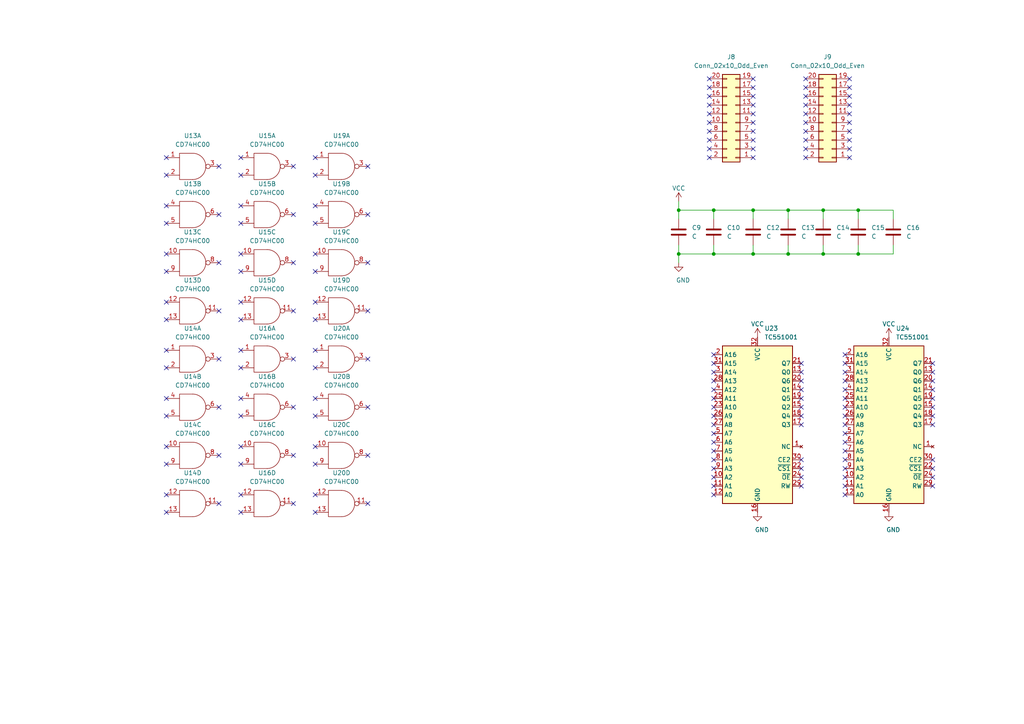
<source format=kicad_sch>
(kicad_sch (version 20211123) (generator eeschema)
  (paper "A4")
  (lib_symbols
    (symbol "CD74HCXX:CD74HC00" (pin_names (offset 0.762))
      (property "Reference" "U" (at -2.54 6.985 0))
      (property "Value" "CD74HC00" (at 1.27 5.08 0))
      (symbol "CD74HC00_0_0"
        (pin power_in line (at -2.54 2.54 0) (length 0) hide (name "VCC") (number "14"))
        (pin power_in line (at -2.54 -2.54 0) (length 0) hide (name "GND") (number "7"))
      )
      (symbol "CD74HC00_0_1"
        (arc (start 0 -3.81) (mid 3.81 0) (end 0 3.81))
        (polyline (pts (xy 0 3.81) (xy -3.81 3.81) (xy -3.81 -3.81) (xy 0 -3.81)))
      )
      (symbol "CD74HC00_0_2"
        (arc (start -4.445 -3.81) (mid -3.175 0) (end -4.445 3.81))
        (arc (start -3.175 -3.81) (mid 0.803 -2.7954) (end 3.81 0))
        (polyline (pts (xy -4.445 -3.81) (xy -3.175 -3.81)))
        (polyline (pts (xy -4.445 3.81) (xy -3.175 3.81)))
        (arc (start 3.81 0) (mid 0.8099 2.8117) (end -3.175 3.81))
      )
      (symbol "CD74HC00_1_1"
        (pin input line (at -7.62 2.54 0) (length 3.81) (name "~") (number "1"))
        (pin input line (at -7.62 -2.54 0) (length 3.81) (name "~") (number "2"))
        (pin output inverted (at 7.62 0 180) (length 3.81) (name "~") (number "3"))
      )
      (symbol "CD74HC00_1_2"
        (pin input inverted (at -7.62 2.54 0) (length 3.81) (name "~") (number "1"))
        (pin input inverted (at -7.62 -2.54 0) (length 3.81) (name "~") (number "2"))
        (pin output line (at 7.62 0 180) (length 3.81) (name "~") (number "3"))
      )
      (symbol "CD74HC00_2_1"
        (pin input line (at -7.62 2.54 0) (length 3.81) (name "~") (number "4"))
        (pin input line (at -7.62 -2.54 0) (length 3.81) (name "~") (number "5"))
        (pin output inverted (at 7.62 0 180) (length 3.81) (name "~") (number "6"))
      )
      (symbol "CD74HC00_2_2"
        (pin input inverted (at -7.62 2.54 0) (length 3.81) (name "~") (number "4"))
        (pin input inverted (at -7.62 -2.54 0) (length 3.81) (name "~") (number "5"))
        (pin output line (at 7.62 0 180) (length 3.81) (name "~") (number "6"))
      )
      (symbol "CD74HC00_3_1"
        (pin input line (at -7.62 -2.54 0) (length 3.81) (name "~") (number "10"))
        (pin output inverted (at 7.62 0 180) (length 3.81) (name "~") (number "8"))
        (pin input line (at -7.62 2.54 0) (length 3.81) (name "~") (number "9"))
      )
      (symbol "CD74HC00_3_2"
        (pin input inverted (at -7.62 -2.54 0) (length 3.81) (name "~") (number "10"))
        (pin output line (at 7.62 0 180) (length 3.81) (name "~") (number "8"))
        (pin input inverted (at -7.62 2.54 0) (length 3.81) (name "~") (number "9"))
      )
      (symbol "CD74HC00_4_1"
        (pin output inverted (at 7.62 0 180) (length 3.81) (name "~") (number "11"))
        (pin input line (at -7.62 2.54 0) (length 3.81) (name "~") (number "12"))
        (pin input line (at -7.62 -2.54 0) (length 3.81) (name "~") (number "13"))
      )
      (symbol "CD74HC00_4_2"
        (pin output line (at 7.62 0 180) (length 3.81) (name "~") (number "11"))
        (pin input inverted (at -7.62 2.54 0) (length 3.81) (name "~") (number "12"))
        (pin input inverted (at -7.62 -2.54 0) (length 3.81) (name "~") (number "13"))
      )
    )
    (symbol "Connector_Generic:Conn_02x10_Odd_Even" (pin_names (offset 1.016) hide)
      (property "Reference" "J" (at 1.27 12.7 0))
      (property "Value" "Conn_02x10_Odd_Even" (at 1.27 -15.24 0))
      (symbol "Conn_02x10_Odd_Even_1_1"
        (rectangle (start -1.27 -12.573) (end 0 -12.827) (stroke (width 0.1524)))
        (rectangle (start -1.27 -10.033) (end 0 -10.287) (stroke (width 0.1524)))
        (rectangle (start -1.27 -7.493) (end 0 -7.747) (stroke (width 0.1524)))
        (rectangle (start -1.27 -4.953) (end 0 -5.207) (stroke (width 0.1524)))
        (rectangle (start -1.27 -2.413) (end 0 -2.667) (stroke (width 0.1524)))
        (rectangle (start -1.27 0.127) (end 0 -0.127) (stroke (width 0.1524)))
        (rectangle (start -1.27 2.667) (end 0 2.413) (stroke (width 0.1524)))
        (rectangle (start -1.27 5.207) (end 0 4.953) (stroke (width 0.1524)))
        (rectangle (start -1.27 7.747) (end 0 7.493) (stroke (width 0.1524)))
        (rectangle (start -1.27 10.287) (end 0 10.033) (stroke (width 0.1524)))
        (rectangle (start -1.27 11.43) (end 3.81 -13.97) (stroke (width 0.254)) (fill (type background)))
        (rectangle (start 3.81 -12.573) (end 2.54 -12.827) (stroke (width 0.1524)))
        (rectangle (start 3.81 -10.033) (end 2.54 -10.287) (stroke (width 0.1524)))
        (rectangle (start 3.81 -7.493) (end 2.54 -7.747) (stroke (width 0.1524)))
        (rectangle (start 3.81 -4.953) (end 2.54 -5.207) (stroke (width 0.1524)))
        (rectangle (start 3.81 -2.413) (end 2.54 -2.667) (stroke (width 0.1524)))
        (rectangle (start 3.81 0.127) (end 2.54 -0.127) (stroke (width 0.1524)))
        (rectangle (start 3.81 2.667) (end 2.54 2.413) (stroke (width 0.1524)))
        (rectangle (start 3.81 5.207) (end 2.54 4.953) (stroke (width 0.1524)))
        (rectangle (start 3.81 7.747) (end 2.54 7.493) (stroke (width 0.1524)))
        (rectangle (start 3.81 10.287) (end 2.54 10.033) (stroke (width 0.1524)))
        (pin passive line (at -5.08 10.16 0) (length 3.81) (name "Pin_1") (number "1"))
        (pin passive line (at 7.62 0 180) (length 3.81) (name "Pin_10") (number "10"))
        (pin passive line (at -5.08 -2.54 0) (length 3.81) (name "Pin_11") (number "11"))
        (pin passive line (at 7.62 -2.54 180) (length 3.81) (name "Pin_12") (number "12"))
        (pin passive line (at -5.08 -5.08 0) (length 3.81) (name "Pin_13") (number "13"))
        (pin passive line (at 7.62 -5.08 180) (length 3.81) (name "Pin_14") (number "14"))
        (pin passive line (at -5.08 -7.62 0) (length 3.81) (name "Pin_15") (number "15"))
        (pin passive line (at 7.62 -7.62 180) (length 3.81) (name "Pin_16") (number "16"))
        (pin passive line (at -5.08 -10.16 0) (length 3.81) (name "Pin_17") (number "17"))
        (pin passive line (at 7.62 -10.16 180) (length 3.81) (name "Pin_18") (number "18"))
        (pin passive line (at -5.08 -12.7 0) (length 3.81) (name "Pin_19") (number "19"))
        (pin passive line (at 7.62 10.16 180) (length 3.81) (name "Pin_2") (number "2"))
        (pin passive line (at 7.62 -12.7 180) (length 3.81) (name "Pin_20") (number "20"))
        (pin passive line (at -5.08 7.62 0) (length 3.81) (name "Pin_3") (number "3"))
        (pin passive line (at 7.62 7.62 180) (length 3.81) (name "Pin_4") (number "4"))
        (pin passive line (at -5.08 5.08 0) (length 3.81) (name "Pin_5") (number "5"))
        (pin passive line (at 7.62 5.08 180) (length 3.81) (name "Pin_6") (number "6"))
        (pin passive line (at -5.08 2.54 0) (length 3.81) (name "Pin_7") (number "7"))
        (pin passive line (at 7.62 2.54 180) (length 3.81) (name "Pin_8") (number "8"))
        (pin passive line (at -5.08 0 0) (length 3.81) (name "Pin_9") (number "9"))
      )
    )
    (symbol "Device:C" (pin_numbers hide) (pin_names (offset 0.254))
      (property "Reference" "C" (at 0.635 2.54 0))
      (property "Value" "C" (at 0.635 -2.54 0))
      (symbol "C_0_1"
        (polyline (pts (xy -2.032 -0.762) (xy 2.032 -0.762)) (stroke (width 0.508)))
        (polyline (pts (xy -2.032 0.762) (xy 2.032 0.762)) (stroke (width 0.508)))
      )
      (symbol "C_1_1"
        (pin passive line (at 0 3.81 270) (length 2.794) (name "~") (number "1"))
        (pin passive line (at 0 -3.81 90) (length 2.794) (name "~") (number "2"))
      )
    )
    (symbol "RAM_ROM:TC551001"
      (property "Reference" "U" (at -10.16 23.495 0))
      (property "Value" "TC551001" (at 2.54 23.495 0))
      (symbol "TC551001_0_0"
        (pin power_in line (at 0 -25.4 90) (length 2.54) (name "GND") (number "16"))
        (pin power_in line (at 0 25.4 270) (length 2.54) (name "VCC") (number "32"))
      )
      (symbol "TC551001_0_1"
        (rectangle (start -10.16 22.86) (end 10.16 -22.86) (stroke (width 0.254)) (fill (type background)))
      )
      (symbol "TC551001_1_1"
        (pin no_connect line (at 12.7 -6.35 180) (length 2.54) (name "NC") (number "1"))
        (pin input line (at -12.7 -15.24 0) (length 2.54) (name "A2") (number "10"))
        (pin input line (at -12.7 -17.78 0) (length 2.54) (name "A1") (number "11"))
        (pin input line (at -12.7 -20.32 0) (length 2.54) (name "A0") (number "12"))
        (pin tri_state line (at 12.7 15.24 180) (length 2.54) (name "Q0") (number "13"))
        (pin tri_state line (at 12.7 10.16 180) (length 2.54) (name "Q1") (number "14"))
        (pin tri_state line (at 12.7 5.08 180) (length 2.54) (name "Q2") (number "15"))
        (pin tri_state line (at 12.7 0 180) (length 2.54) (name "Q3") (number "17"))
        (pin tri_state line (at 12.7 2.54 180) (length 2.54) (name "Q4") (number "18"))
        (pin tri_state line (at 12.7 7.62 180) (length 2.54) (name "Q5") (number "19"))
        (pin input line (at -12.7 20.32 0) (length 2.54) (name "A16") (number "2"))
        (pin tri_state line (at 12.7 12.7 180) (length 2.54) (name "Q6") (number "20"))
        (pin tri_state line (at 12.7 17.78 180) (length 2.54) (name "Q7") (number "21"))
        (pin input line (at 12.7 -12.7 180) (length 2.54) (name "~{CS1}") (number "22"))
        (pin input line (at -12.7 5.08 0) (length 2.54) (name "A10") (number "23"))
        (pin input line (at 12.7 -15.24 180) (length 2.54) (name "~{OE}") (number "24"))
        (pin input line (at -12.7 7.62 0) (length 2.54) (name "A11") (number "25"))
        (pin input line (at -12.7 2.54 0) (length 2.54) (name "A9") (number "26"))
        (pin input line (at -12.7 0 0) (length 2.54) (name "A8") (number "27"))
        (pin input line (at -12.7 12.7 0) (length 2.54) (name "A13") (number "28"))
        (pin input line (at 12.7 -17.78 180) (length 2.54) (name "RW") (number "29"))
        (pin input line (at -12.7 15.24 0) (length 2.54) (name "A14") (number "3"))
        (pin input line (at 12.7 -10.16 180) (length 2.54) (name "CE2") (number "30"))
        (pin input line (at -12.7 17.78 0) (length 2.54) (name "A15") (number "31"))
        (pin input line (at -12.7 10.16 0) (length 2.54) (name "A12") (number "4"))
        (pin input line (at -12.7 -2.54 0) (length 2.54) (name "A7") (number "5"))
        (pin input line (at -12.7 -5.08 0) (length 2.54) (name "A6") (number "6"))
        (pin input line (at -12.7 -7.62 0) (length 2.54) (name "A5") (number "7"))
        (pin input line (at -12.7 -10.16 0) (length 2.54) (name "A4") (number "8"))
        (pin input line (at -12.7 -12.7 0) (length 2.54) (name "A3") (number "9"))
      )
    )
    (symbol "power:GND" (power) (pin_names (offset 0))
      (property "Value" "GND" (at 0 -3.81 0))
      (symbol "GND_0_1"
        (polyline (pts (xy 0 0) (xy 0 -1.27) (xy 1.27 -1.27) (xy 0 -2.54) (xy -1.27 -1.27) (xy 0 -1.27)))
      )
      (symbol "GND_1_1"
        (pin power_in line (at 0 0 270) (length 0) hide (name "GND") (number "1"))
      )
    )
    (symbol "power:VCC" (power) (pin_names (offset 0))
      (property "Value" "VCC" (at 0 3.81 0))
      (symbol "VCC_0_1"
        (polyline (pts (xy -0.762 1.27) (xy 0 2.54)))
        (polyline (pts (xy 0 0) (xy 0 2.54)))
        (polyline (pts (xy 0 2.54) (xy 0.762 1.27)))
      )
      (symbol "VCC_1_1"
        (pin power_in line (at 0 0 90) (length 0) hide (name "VCC") (number "1"))
      )
    )
  )
  (junction (at 218.44 60.96))
  (junction (at 238.76 60.96))
  (junction (at 218.44 73.66))
  (junction (at 207.01 73.66))
  (junction (at 196.85 60.96))
  (junction (at 228.6 60.96))
  (junction (at 238.76 73.66))
  (junction (at 248.92 73.66))
  (junction (at 207.01 60.96))
  (junction (at 196.85 73.66))
  (junction (at 248.92 60.96))
  (junction (at 228.6 73.66))
  (no_connect (at 48.26 134.62))
  (no_connect (at 48.26 50.8))
  (no_connect (at 91.44 64.77))
  (no_connect (at 205.74 38.1))
  (no_connect (at 218.44 22.86))
  (no_connect (at 233.68 25.4))
  (no_connect (at 48.26 106.68))
  (no_connect (at 205.74 25.4))
  (no_connect (at 63.5 146.05))
  (no_connect (at 69.85 106.68))
  (no_connect (at 48.26 73.66))
  (no_connect (at 218.44 35.56))
  (no_connect (at 63.5 118.11))
  (no_connect (at 69.85 92.71))
  (no_connect (at 106.68 90.17))
  (no_connect (at 48.26 64.77))
  (no_connect (at 205.74 27.94))
  (no_connect (at 48.26 59.69))
  (no_connect (at 233.68 40.64))
  (no_connect (at 91.44 134.62))
  (no_connect (at 246.38 35.56))
  (no_connect (at 233.68 30.48))
  (no_connect (at 91.44 73.66))
  (no_connect (at 85.09 146.05))
  (no_connect (at 233.68 38.1))
  (no_connect (at 48.26 143.51))
  (no_connect (at 69.85 101.6))
  (no_connect (at 205.74 40.64))
  (no_connect (at 91.44 129.54))
  (no_connect (at 48.26 78.74))
  (no_connect (at 63.5 62.23))
  (no_connect (at 48.26 129.54))
  (no_connect (at 69.85 64.77))
  (no_connect (at 91.44 101.6))
  (no_connect (at 91.44 45.72))
  (no_connect (at 69.85 87.63))
  (no_connect (at 106.68 132.08))
  (no_connect (at 69.85 120.65))
  (no_connect (at 69.85 78.74))
  (no_connect (at 233.68 27.94))
  (no_connect (at 246.38 25.4))
  (no_connect (at 69.85 59.69))
  (no_connect (at 218.44 30.48))
  (no_connect (at 69.85 143.51))
  (no_connect (at 85.09 76.2))
  (no_connect (at 91.44 120.65))
  (no_connect (at 218.44 25.4))
  (no_connect (at 205.74 22.86))
  (no_connect (at 246.38 38.1))
  (no_connect (at 85.09 118.11))
  (no_connect (at 246.38 40.64))
  (no_connect (at 63.5 48.26))
  (no_connect (at 246.38 27.94))
  (no_connect (at 69.85 73.66))
  (no_connect (at 205.74 33.02))
  (no_connect (at 85.09 132.08))
  (no_connect (at 106.68 146.05))
  (no_connect (at 91.44 148.59))
  (no_connect (at 233.68 22.86))
  (no_connect (at 48.26 120.65))
  (no_connect (at 48.26 101.6))
  (no_connect (at 246.38 30.48))
  (no_connect (at 205.74 30.48))
  (no_connect (at 69.85 134.62))
  (no_connect (at 91.44 59.69))
  (no_connect (at 91.44 106.68))
  (no_connect (at 218.44 40.64))
  (no_connect (at 69.85 45.72))
  (no_connect (at 218.44 33.02))
  (no_connect (at 91.44 87.63))
  (no_connect (at 91.44 115.57))
  (no_connect (at 69.85 50.8))
  (no_connect (at 233.68 35.56))
  (no_connect (at 85.09 62.23))
  (no_connect (at 69.85 129.54))
  (no_connect (at 91.44 92.71))
  (no_connect (at 106.68 104.14))
  (no_connect (at 48.26 92.71))
  (no_connect (at 246.38 33.02))
  (no_connect (at 106.68 76.2))
  (no_connect (at 48.26 115.57))
  (no_connect (at 218.44 43.18))
  (no_connect (at 218.44 45.72))
  (no_connect (at 205.74 45.72))
  (no_connect (at 205.74 43.18))
  (no_connect (at 233.68 43.18))
  (no_connect (at 246.38 43.18))
  (no_connect (at 246.38 45.72))
  (no_connect (at 233.68 45.72))
  (no_connect (at 69.85 148.59))
  (no_connect (at 91.44 143.51))
  (no_connect (at 48.26 148.59))
  (no_connect (at 48.26 45.72))
  (no_connect (at 63.5 90.17))
  (no_connect (at 85.09 104.14))
  (no_connect (at 205.74 35.56))
  (no_connect (at 91.44 50.8))
  (no_connect (at 63.5 76.2))
  (no_connect (at 48.26 87.63))
  (no_connect (at 63.5 132.08))
  (no_connect (at 106.68 48.26))
  (no_connect (at 91.44 78.74))
  (no_connect (at 246.38 22.86))
  (no_connect (at 207.01 105.41))
  (no_connect (at 207.01 102.87))
  (no_connect (at 85.09 48.26))
  (no_connect (at 85.09 90.17))
  (no_connect (at 233.68 33.02))
  (no_connect (at 69.85 115.57))
  (no_connect (at 106.68 62.23))
  (no_connect (at 63.5 104.14))
  (no_connect (at 218.44 27.94))
  (no_connect (at 106.68 118.11))
  (no_connect (at 270.51 115.57))
  (no_connect (at 270.51 110.49))
  (no_connect (at 270.51 120.65))
  (no_connect (at 270.51 113.03))
  (no_connect (at 270.51 118.11))
  (no_connect (at 270.51 107.95))
  (no_connect (at 270.51 105.41))
  (no_connect (at 245.11 123.19))
  (no_connect (at 245.11 125.73))
  (no_connect (at 245.11 128.27))
  (no_connect (at 245.11 130.81))
  (no_connect (at 245.11 120.65))
  (no_connect (at 245.11 107.95))
  (no_connect (at 245.11 113.03))
  (no_connect (at 245.11 110.49))
  (no_connect (at 245.11 115.57))
  (no_connect (at 245.11 118.11))
  (no_connect (at 245.11 105.41))
  (no_connect (at 270.51 123.19))
  (no_connect (at 270.51 133.35))
  (no_connect (at 270.51 135.89))
  (no_connect (at 270.51 138.43))
  (no_connect (at 270.51 140.97))
  (no_connect (at 245.11 135.89))
  (no_connect (at 245.11 133.35))
  (no_connect (at 245.11 140.97))
  (no_connect (at 245.11 138.43))
  (no_connect (at 232.41 120.65))
  (no_connect (at 232.41 118.11))
  (no_connect (at 232.41 115.57))
  (no_connect (at 232.41 113.03))
  (no_connect (at 232.41 123.19))
  (no_connect (at 232.41 110.49))
  (no_connect (at 232.41 105.41))
  (no_connect (at 232.41 107.95))
  (no_connect (at 245.11 102.87))
  (no_connect (at 207.01 113.03))
  (no_connect (at 207.01 107.95))
  (no_connect (at 207.01 110.49))
  (no_connect (at 207.01 115.57))
  (no_connect (at 207.01 118.11))
  (no_connect (at 207.01 120.65))
  (no_connect (at 207.01 123.19))
  (no_connect (at 207.01 125.73))
  (no_connect (at 207.01 128.27))
  (no_connect (at 207.01 133.35))
  (no_connect (at 207.01 135.89))
  (no_connect (at 207.01 138.43))
  (no_connect (at 207.01 140.97))
  (no_connect (at 207.01 143.51))
  (no_connect (at 207.01 130.81))
  (no_connect (at 232.41 133.35))
  (no_connect (at 232.41 140.97))
  (no_connect (at 232.41 138.43))
  (no_connect (at 232.41 135.89))
  (no_connect (at 245.11 143.51))
  (no_connect (at 218.44 38.1))
  (wire (pts (xy 238.76 71.12) (xy 238.76 73.66)))
  (wire (pts (xy 238.76 60.96) (xy 248.92 60.96)))
  (wire (pts (xy 218.44 60.96) (xy 218.44 63.5)))
  (wire (pts (xy 207.01 71.12) (xy 207.01 73.66)))
  (wire (pts (xy 196.85 73.66) (xy 196.85 71.12)))
  (wire (pts (xy 196.85 73.66) (xy 207.01 73.66)))
  (wire (pts (xy 248.92 73.66) (xy 259.08 73.66)))
  (wire (pts (xy 207.01 60.96) (xy 207.01 63.5)))
  (wire (pts (xy 207.01 60.96) (xy 218.44 60.96)))
  (wire (pts (xy 248.92 73.66) (xy 248.92 71.12)))
  (wire (pts (xy 248.92 60.96) (xy 248.92 63.5)))
  (wire (pts (xy 259.08 60.96) (xy 259.08 63.5)))
  (wire (pts (xy 196.85 58.42) (xy 196.85 60.96)))
  (wire (pts (xy 248.92 60.96) (xy 259.08 60.96)))
  (wire (pts (xy 228.6 60.96) (xy 228.6 63.5)))
  (wire (pts (xy 228.6 73.66) (xy 238.76 73.66)))
  (wire (pts (xy 196.85 76.2) (xy 196.85 73.66)))
  (wire (pts (xy 207.01 73.66) (xy 218.44 73.66)))
  (wire (pts (xy 196.85 60.96) (xy 196.85 63.5)))
  (wire (pts (xy 218.44 71.12) (xy 218.44 73.66)))
  (wire (pts (xy 238.76 73.66) (xy 248.92 73.66)))
  (wire (pts (xy 196.85 60.96) (xy 207.01 60.96)))
  (wire (pts (xy 238.76 60.96) (xy 238.76 63.5)))
  (wire (pts (xy 218.44 73.66) (xy 228.6 73.66)))
  (wire (pts (xy 259.08 71.12) (xy 259.08 73.66)))
  (wire (pts (xy 218.44 60.96) (xy 228.6 60.96)))
  (wire (pts (xy 228.6 73.66) (xy 228.6 71.12)))
  (wire (pts (xy 228.6 60.96) (xy 238.76 60.96)))
  (symbol (lib_id "CD74HCXX:CD74HC00") (at 99.06 146.05 0) (unit 4)
    (property "Reference" "U20" (at 99.06 137.16 0))
    (property "Value" "CD74HC00" (at 99.06 139.7 0))
    (property "Footprint" "Package_DIP:DIP-14_W7.62mm" (effects hide))
  )
  (symbol (lib_id "CD74HCXX:CD74HC00") (at 77.47 132.08 0) (mirror x) (unit 3)
    (property "Reference" "U16" (at 77.47 123.19 0))
    (property "Value" "CD74HC00" (at 77.47 125.73 0))
    (property "Footprint" "Package_DIP:DIP-14_W7.62mm" (effects hide))
  )
  (symbol (lib_id "CD74HCXX:CD74HC00") (at 99.06 48.26 0) (unit 1)
    (property "Reference" "U19" (at 99.06 39.37 0))
    (property "Value" "CD74HC00" (at 99.06 41.91 0))
    (property "Footprint" "Package_DIP:DIP-14_W7.62mm" (effects hide))
  )
  (symbol (lib_id "power:GND") (at 196.85 76.2 0) (unit 1)
    (property "Reference" "#PWR014" (effects hide))
    (property "Value" "GND" (at 198.12 81.28 0))
  )
  (symbol (lib_id "RAM_ROM:TC551001") (at 257.81 123.19 0) (unit 1)
    (property "Reference" "U24" (at 259.8294 95.25 0) (effects (justify left)))
    (property "Value" "TC551001" (at 259.8294 97.79 0) (effects (justify left)))
    (property "Footprint" "Package_DIP:DIP-32_W15.24mm" (effects hide))
  )
  (symbol (lib_id "CD74HCXX:CD74HC00") (at 55.88 48.26 0) (unit 1)
    (property "Reference" "U13" (at 55.88 39.37 0))
    (property "Value" "CD74HC00" (at 55.88 41.91 0))
    (property "Footprint" "Package_DIP:DIP-14_W7.62mm" (effects hide))
  )
  (symbol (lib_id "CD74HCXX:CD74HC00") (at 99.06 90.17 0) (unit 4)
    (property "Reference" "U19" (at 99.06 81.28 0))
    (property "Value" "CD74HC00" (at 99.06 83.82 0))
    (property "Footprint" "Package_DIP:DIP-14_W7.62mm" (effects hide))
  )
  (symbol (lib_id "Device:C") (at 248.92 67.31 0) (unit 1)
    (property "Reference" "C15" (at 252.73 66.0399 0) (effects (justify left)))
    (property "Value" "C" (at 252.73 68.5799 0) (effects (justify left)))
    (property "Footprint" "Capacitor_THT:C_Disc_D7.0mm_W2.5mm_P5.00mm" (effects hide))
  )
  (symbol (lib_id "power:VCC") (at 196.85 58.42 0) (mirror y) (unit 1)
    (property "Reference" "#PWR08" (effects hide))
    (property "Value" "VCC" (at 196.85 54.61 0))
  )
  (symbol (lib_id "CD74HCXX:CD74HC00") (at 99.06 118.11 0) (unit 2)
    (property "Reference" "U20" (at 99.06 109.22 0))
    (property "Value" "CD74HC00" (at 99.06 111.76 0))
    (property "Footprint" "Package_DIP:DIP-14_W7.62mm" (effects hide))
  )
  (symbol (lib_id "Device:C") (at 207.01 67.31 0) (unit 1)
    (property "Reference" "C10" (at 210.82 66.0399 0) (effects (justify left)))
    (property "Value" "C" (at 210.82 68.5799 0) (effects (justify left)))
    (property "Footprint" "Capacitor_THT:C_Disc_D7.0mm_W2.5mm_P5.00mm" (effects hide))
  )
  (symbol (lib_id "Connector_Generic:Conn_02x10_Odd_Even") (at 241.3 35.56 180) (unit 1)
    (property "Reference" "J9" (at 240.03 16.51 0))
    (property "Value" "Conn_02x10_Odd_Even" (at 240.03 19.05 0))
    (property "Footprint" "Connector_PinHeader_2.54mm:PinHeader_2x10_P2.54mm_Horizontal" (effects hide))
  )
  (symbol (lib_id "Device:C") (at 259.08 67.31 0) (unit 1)
    (property "Reference" "C16" (at 262.89 66.0399 0) (effects (justify left)))
    (property "Value" "C" (at 262.89 68.5799 0) (effects (justify left)))
    (property "Footprint" "Capacitor_THT:C_Disc_D7.0mm_W2.5mm_P5.00mm" (effects hide))
  )
  (symbol (lib_id "CD74HCXX:CD74HC00") (at 99.06 76.2 0) (mirror x) (unit 3)
    (property "Reference" "U19" (at 99.06 67.31 0))
    (property "Value" "CD74HC00" (at 99.06 69.85 0))
    (property "Footprint" "Package_DIP:DIP-14_W7.62mm" (effects hide))
  )
  (symbol (lib_id "CD74HCXX:CD74HC00") (at 77.47 62.23 0) (unit 2)
    (property "Reference" "U15" (at 77.47 53.34 0))
    (property "Value" "CD74HC00" (at 77.47 55.88 0))
    (property "Footprint" "Package_DIP:DIP-14_W7.62mm" (effects hide))
  )
  (symbol (lib_id "Device:C") (at 228.6 67.31 0) (unit 1)
    (property "Reference" "C13" (at 232.41 66.0399 0) (effects (justify left)))
    (property "Value" "C" (at 232.41 68.5799 0) (effects (justify left)))
    (property "Footprint" "Capacitor_THT:C_Disc_D7.0mm_W2.5mm_P5.00mm" (effects hide))
  )
  (symbol (lib_id "RAM_ROM:TC551001") (at 219.71 123.19 0) (unit 1)
    (property "Reference" "U23" (at 221.7294 95.25 0) (effects (justify left)))
    (property "Value" "TC551001" (at 221.7294 97.79 0) (effects (justify left)))
    (property "Footprint" "Package_DIP:DIP-32_W15.24mm" (effects hide))
  )
  (symbol (lib_id "CD74HCXX:CD74HC00") (at 55.88 104.14 0) (unit 1)
    (property "Reference" "U14" (at 55.88 95.25 0))
    (property "Value" "CD74HC00" (at 55.88 97.79 0))
    (property "Footprint" "Package_DIP:DIP-14_W7.62mm" (effects hide))
  )
  (symbol (lib_id "power:VCC") (at 219.71 97.79 0) (mirror y) (unit 1)
    (property "Reference" "#PWR030" (effects hide))
    (property "Value" "VCC" (at 219.71 93.98 0))
  )
  (symbol (lib_id "CD74HCXX:CD74HC00") (at 77.47 146.05 0) (unit 4)
    (property "Reference" "U16" (at 77.47 137.16 0))
    (property "Value" "CD74HC00" (at 77.47 139.7 0))
    (property "Footprint" "Package_DIP:DIP-14_W7.62mm" (effects hide))
  )
  (symbol (lib_id "CD74HCXX:CD74HC00") (at 99.06 104.14 0) (unit 1)
    (property "Reference" "U20" (at 99.06 95.25 0))
    (property "Value" "CD74HC00" (at 99.06 97.79 0))
    (property "Footprint" "Package_DIP:DIP-14_W7.62mm" (effects hide))
  )
  (symbol (lib_id "Connector_Generic:Conn_02x10_Odd_Even") (at 213.36 35.56 180) (unit 1)
    (property "Reference" "J8" (at 212.09 16.51 0))
    (property "Value" "Conn_02x10_Odd_Even" (at 212.09 19.05 0))
    (property "Footprint" "Connector_PinHeader_2.54mm:PinHeader_2x10_P2.54mm_Horizontal" (effects hide))
  )
  (symbol (lib_id "CD74HCXX:CD74HC00") (at 77.47 118.11 0) (unit 2)
    (property "Reference" "U16" (at 77.47 109.22 0))
    (property "Value" "CD74HC00" (at 77.47 111.76 0))
    (property "Footprint" "Package_DIP:DIP-14_W7.62mm" (effects hide))
  )
  (symbol (lib_id "Device:C") (at 238.76 67.31 0) (unit 1)
    (property "Reference" "C14" (at 242.57 66.0399 0) (effects (justify left)))
    (property "Value" "C" (at 242.57 68.5799 0) (effects (justify left)))
    (property "Footprint" "Capacitor_THT:C_Disc_D7.0mm_W2.5mm_P5.00mm" (effects hide))
  )
  (symbol (lib_id "CD74HCXX:CD74HC00") (at 77.47 90.17 0) (unit 4)
    (property "Reference" "U15" (at 77.47 81.28 0))
    (property "Value" "CD74HC00" (at 77.47 83.82 0))
    (property "Footprint" "Package_DIP:DIP-14_W7.62mm" (effects hide))
  )
  (symbol (lib_id "CD74HCXX:CD74HC00") (at 99.06 132.08 0) (mirror x) (unit 3)
    (property "Reference" "U20" (at 99.06 123.19 0))
    (property "Value" "CD74HC00" (at 99.06 125.73 0))
    (property "Footprint" "Package_DIP:DIP-14_W7.62mm" (effects hide))
  )
  (symbol (lib_id "power:GND") (at 257.81 148.59 0) (unit 1)
    (property "Reference" "#PWR033" (effects hide))
    (property "Value" "GND" (at 259.08 153.67 0))
  )
  (symbol (lib_id "CD74HCXX:CD74HC00") (at 55.88 62.23 0) (unit 2)
    (property "Reference" "U13" (at 55.88 53.34 0))
    (property "Value" "CD74HC00" (at 55.88 55.88 0))
    (property "Footprint" "Package_DIP:DIP-14_W7.62mm" (effects hide))
  )
  (symbol (lib_id "power:GND") (at 219.71 148.59 0) (unit 1)
    (property "Reference" "#PWR031" (effects hide))
    (property "Value" "GND" (at 220.98 153.67 0))
  )
  (symbol (lib_id "CD74HCXX:CD74HC00") (at 77.47 104.14 0) (unit 1)
    (property "Reference" "U16" (at 77.47 95.25 0))
    (property "Value" "CD74HC00" (at 77.47 97.79 0))
    (property "Footprint" "Package_DIP:DIP-14_W7.62mm" (effects hide))
  )
  (symbol (lib_id "Device:C") (at 196.85 67.31 0) (unit 1)
    (property "Reference" "C9" (at 200.66 66.0399 0) (effects (justify left)))
    (property "Value" "C" (at 200.66 68.5799 0) (effects (justify left)))
    (property "Footprint" "Capacitor_THT:C_Disc_D7.0mm_W2.5mm_P5.00mm" (effects hide))
  )
  (symbol (lib_id "CD74HCXX:CD74HC00") (at 77.47 48.26 0) (unit 1)
    (property "Reference" "U15" (at 77.47 39.37 0))
    (property "Value" "CD74HC00" (at 77.47 41.91 0))
    (property "Footprint" "Package_DIP:DIP-14_W7.62mm" (effects hide))
  )
  (symbol (lib_id "CD74HCXX:CD74HC00") (at 55.88 118.11 0) (unit 2)
    (property "Reference" "U14" (at 55.88 109.22 0))
    (property "Value" "CD74HC00" (at 55.88 111.76 0))
    (property "Footprint" "Package_DIP:DIP-14_W7.62mm" (effects hide))
  )
  (symbol (lib_id "CD74HCXX:CD74HC00") (at 55.88 76.2 0) (mirror x) (unit 3)
    (property "Reference" "U13" (at 55.88 67.31 0))
    (property "Value" "CD74HC00" (at 55.88 69.85 0))
    (property "Footprint" "Package_DIP:DIP-14_W7.62mm" (effects hide))
  )
  (symbol (lib_id "CD74HCXX:CD74HC00") (at 99.06 62.23 0) (unit 2)
    (property "Reference" "U19" (at 99.06 53.34 0))
    (property "Value" "CD74HC00" (at 99.06 55.88 0))
    (property "Footprint" "Package_DIP:DIP-14_W7.62mm" (effects hide))
  )
  (symbol (lib_id "CD74HCXX:CD74HC00") (at 77.47 76.2 0) (mirror x) (unit 3)
    (property "Reference" "U15" (at 77.47 67.31 0))
    (property "Value" "CD74HC00" (at 77.47 69.85 0))
    (property "Footprint" "Package_DIP:DIP-14_W7.62mm" (effects hide))
  )
  (symbol (lib_id "power:VCC") (at 257.81 97.79 0) (mirror y) (unit 1)
    (property "Reference" "#PWR032" (effects hide))
    (property "Value" "VCC" (at 257.81 93.98 0))
  )
  (symbol (lib_id "CD74HCXX:CD74HC00") (at 55.88 146.05 0) (unit 4)
    (property "Reference" "U14" (at 55.88 137.16 0))
    (property "Value" "CD74HC00" (at 55.88 139.7 0))
    (property "Footprint" "Package_DIP:DIP-14_W7.62mm" (effects hide))
  )
  (symbol (lib_id "Device:C") (at 218.44 67.31 0) (unit 1)
    (property "Reference" "C12" (at 222.25 66.0399 0) (effects (justify left)))
    (property "Value" "C" (at 222.25 68.5799 0) (effects (justify left)))
    (property "Footprint" "Capacitor_THT:C_Disc_D7.0mm_W2.5mm_P5.00mm" (effects hide))
  )
  (symbol (lib_id "CD74HCXX:CD74HC00") (at 55.88 90.17 0) (unit 4)
    (property "Reference" "U13" (at 55.88 81.28 0))
    (property "Value" "CD74HC00" (at 55.88 83.82 0))
    (property "Footprint" "Package_DIP:DIP-14_W7.62mm" (effects hide))
  )
  (symbol (lib_id "CD74HCXX:CD74HC00") (at 55.88 132.08 0) (mirror x) (unit 3)
    (property "Reference" "U14" (at 55.88 123.19 0))
    (property "Value" "CD74HC00" (at 55.88 125.73 0))
    (property "Footprint" "Package_DIP:DIP-14_W7.62mm" (effects hide))
  )
)
</source>
